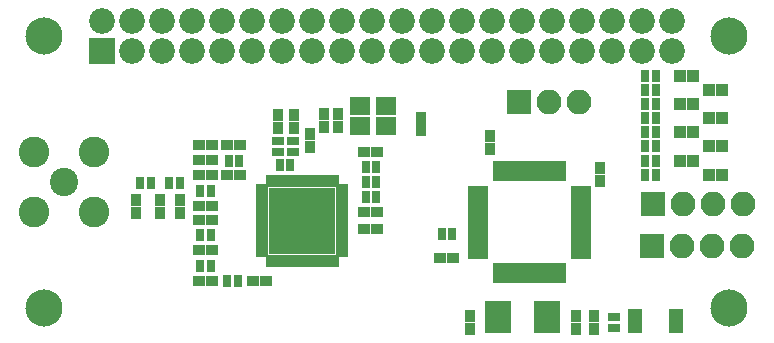
<source format=gts>
G04 #@! TF.FileFunction,Soldermask,Top*
%FSLAX46Y46*%
G04 Gerber Fmt 4.6, Leading zero omitted, Abs format (unit mm)*
G04 Created by KiCad (PCBNEW 4.0.6) date 2017 October 20, Friday 03:08:25*
%MOMM*%
%LPD*%
G01*
G04 APERTURE LIST*
%ADD10C,0.100000*%
%ADD11R,0.900000X1.000000*%
%ADD12C,3.100000*%
%ADD13R,1.000000X0.900000*%
%ADD14R,1.000000X1.100000*%
%ADD15R,0.800000X1.000000*%
%ADD16R,2.100000X2.100000*%
%ADD17O,2.100000X2.100000*%
%ADD18C,2.600000*%
%ADD19C,2.400000*%
%ADD20R,1.000000X0.800000*%
%ADD21R,1.300000X2.100000*%
%ADD22R,1.100000X0.650000*%
%ADD23R,0.650000X1.100000*%
%ADD24R,1.687500X1.687500*%
%ADD25R,0.650000X1.700000*%
%ADD26R,1.700000X0.650000*%
%ADD27R,1.800000X1.600000*%
%ADD28R,2.300000X2.800000*%
%ADD29R,2.178000X2.178000*%
%ADD30C,2.178000*%
%ADD31C,3.148280*%
G04 APERTURE END LIST*
D10*
D11*
X170459400Y-123122600D03*
X170459400Y-124222600D03*
D12*
X216959180Y-109237121D03*
X216959180Y-132239361D03*
X158950000Y-132250000D03*
X158950000Y-109250000D03*
D11*
X168706800Y-123097200D03*
X168706800Y-124197200D03*
D13*
X172050000Y-121000000D03*
X173150000Y-121000000D03*
X172050000Y-119750000D03*
X173150000Y-119750000D03*
X173150000Y-123650000D03*
X172050000Y-123650000D03*
X173150000Y-124850000D03*
X172050000Y-124850000D03*
X173150000Y-127400000D03*
X172050000Y-127400000D03*
X173150000Y-130000000D03*
X172050000Y-130000000D03*
X173150000Y-118500000D03*
X172050000Y-118500000D03*
X175550000Y-121050000D03*
X174450000Y-121050000D03*
X176650000Y-130000000D03*
X177750000Y-130000000D03*
X175550000Y-118500000D03*
X174450000Y-118500000D03*
D11*
X178700000Y-117000000D03*
X178700000Y-115900000D03*
X180050000Y-117000000D03*
X180050000Y-115900000D03*
X181457600Y-118634600D03*
X181457600Y-117534600D03*
X182650000Y-115850000D03*
X182650000Y-116950000D03*
X205500000Y-132950000D03*
X205500000Y-134050000D03*
X183850000Y-116950000D03*
X183850000Y-115850000D03*
D13*
X187150000Y-119050000D03*
X186050000Y-119050000D03*
D11*
X190850000Y-116150000D03*
X190850000Y-117250000D03*
D13*
X187150000Y-125550000D03*
X186050000Y-125550000D03*
D11*
X195000000Y-134050000D03*
X195000000Y-132950000D03*
D13*
X187150000Y-124150000D03*
X186050000Y-124150000D03*
D11*
X204000000Y-134050000D03*
X204000000Y-132950000D03*
D13*
X193590000Y-128050000D03*
X192490000Y-128050000D03*
D11*
X206000000Y-121550000D03*
X206000000Y-120450000D03*
X196700000Y-118800000D03*
X196700000Y-117700000D03*
D14*
X216350000Y-113800000D03*
X215250000Y-113800000D03*
X212750000Y-112600000D03*
X213850000Y-112600000D03*
X212750000Y-115000000D03*
X213850000Y-115000000D03*
X215250000Y-116200000D03*
X216350000Y-116200000D03*
X212750000Y-117400000D03*
X213850000Y-117400000D03*
X215250000Y-118600000D03*
X216350000Y-118600000D03*
X212750000Y-119800000D03*
X213850000Y-119800000D03*
D15*
X167063000Y-121716800D03*
X167963000Y-121716800D03*
X169526800Y-121716800D03*
X170426800Y-121716800D03*
X173050000Y-122350000D03*
X172150000Y-122350000D03*
X172150000Y-126100000D03*
X173050000Y-126100000D03*
D16*
X199136000Y-114808000D03*
D17*
X201676000Y-114808000D03*
X204216000Y-114808000D03*
D16*
X210420000Y-127000000D03*
D17*
X212960000Y-127000000D03*
X215500000Y-127000000D03*
X218040000Y-127000000D03*
D18*
X158060000Y-124190000D03*
X158060000Y-119110000D03*
X163140000Y-119110000D03*
X163140000Y-124190000D03*
D19*
X160600000Y-121650000D03*
D16*
X210500000Y-123500000D03*
D17*
X213040000Y-123500000D03*
X215580000Y-123500000D03*
X218120000Y-123500000D03*
D15*
X193490000Y-126050000D03*
X192590000Y-126050000D03*
X173050000Y-128700000D03*
X172150000Y-128700000D03*
D20*
X178714400Y-119042600D03*
X178714400Y-118142600D03*
X180035200Y-119042600D03*
X180035200Y-118142600D03*
X207200000Y-133950000D03*
X207200000Y-133050000D03*
D15*
X187050000Y-120300000D03*
X186150000Y-120300000D03*
X187050000Y-121600000D03*
X186150000Y-121600000D03*
X187050000Y-122900000D03*
X186150000Y-122900000D03*
X210750000Y-112600000D03*
X209850000Y-112600000D03*
X210750000Y-115000000D03*
X209850000Y-115000000D03*
X210750000Y-116200000D03*
X209850000Y-116200000D03*
X210750000Y-117400000D03*
X209850000Y-117400000D03*
X210750000Y-118600000D03*
X209850000Y-118600000D03*
X210750000Y-119800000D03*
X209850000Y-119800000D03*
X210750000Y-121000000D03*
X209850000Y-121000000D03*
X209850000Y-113800000D03*
X210750000Y-113800000D03*
D21*
X209000000Y-133400000D03*
X212400000Y-133400000D03*
D22*
X177393750Y-122143750D03*
X177393750Y-122643750D03*
X177393750Y-123143750D03*
X177393750Y-123643750D03*
X177393750Y-124143750D03*
X177393750Y-124643750D03*
X177393750Y-125143750D03*
X177393750Y-125643750D03*
X177393750Y-126143750D03*
X177393750Y-126643750D03*
X177393750Y-127143750D03*
X177393750Y-127643750D03*
D23*
X178043750Y-128293750D03*
X178543750Y-128293750D03*
X179043750Y-128293750D03*
X179543750Y-128293750D03*
X180043750Y-128293750D03*
X180543750Y-128293750D03*
X181043750Y-128293750D03*
X181543750Y-128293750D03*
X182043750Y-128293750D03*
X182543750Y-128293750D03*
X183043750Y-128293750D03*
X183543750Y-128293750D03*
D22*
X184193750Y-127643750D03*
X184193750Y-127143750D03*
X184193750Y-126643750D03*
X184193750Y-126143750D03*
X184193750Y-125643750D03*
X184193750Y-125143750D03*
X184193750Y-124643750D03*
X184193750Y-124143750D03*
X184193750Y-123643750D03*
X184193750Y-123143750D03*
X184193750Y-122643750D03*
X184193750Y-122143750D03*
D23*
X183543750Y-121493750D03*
X183043750Y-121493750D03*
X182543750Y-121493750D03*
X182043750Y-121493750D03*
X181543750Y-121493750D03*
X181043750Y-121493750D03*
X180543750Y-121493750D03*
X180043750Y-121493750D03*
X179543750Y-121493750D03*
X179043750Y-121493750D03*
X178543750Y-121493750D03*
X178043750Y-121493750D03*
D24*
X182725000Y-126825000D03*
X182725000Y-125537500D03*
X182725000Y-124250000D03*
X182725000Y-122962500D03*
X181437500Y-126825000D03*
X181437500Y-125537500D03*
X181437500Y-124250000D03*
X181437500Y-122962500D03*
X180150000Y-126825000D03*
X180150000Y-125537500D03*
X180150000Y-124250000D03*
X180150000Y-122962500D03*
X178862500Y-126825000D03*
X178862500Y-125537500D03*
X178862500Y-124250000D03*
X178862500Y-122962500D03*
D25*
X197250000Y-129350000D03*
X197750000Y-129350000D03*
X198250000Y-129350000D03*
X198750000Y-129350000D03*
X199250000Y-129350000D03*
X199750000Y-129350000D03*
X200250000Y-129350000D03*
X200750000Y-129350000D03*
X201250000Y-129350000D03*
X201750000Y-129350000D03*
X202250000Y-129350000D03*
X202750000Y-129350000D03*
D26*
X204350000Y-127750000D03*
X204350000Y-127250000D03*
X204350000Y-126750000D03*
X204350000Y-126250000D03*
X204350000Y-125750000D03*
X204350000Y-125250000D03*
X204350000Y-124750000D03*
X204350000Y-124250000D03*
X204350000Y-123750000D03*
X204350000Y-123250000D03*
X204350000Y-122750000D03*
X204350000Y-122250000D03*
D25*
X202750000Y-120650000D03*
X202250000Y-120650000D03*
X201750000Y-120650000D03*
X201250000Y-120650000D03*
X200750000Y-120650000D03*
X200250000Y-120650000D03*
X199750000Y-120650000D03*
X199250000Y-120650000D03*
X198750000Y-120650000D03*
X198250000Y-120650000D03*
X197750000Y-120650000D03*
X197250000Y-120650000D03*
D26*
X195650000Y-122250000D03*
X195650000Y-122750000D03*
X195650000Y-123250000D03*
X195650000Y-123750000D03*
X195650000Y-124250000D03*
X195650000Y-124750000D03*
X195650000Y-125250000D03*
X195650000Y-125750000D03*
X195650000Y-126250000D03*
X195650000Y-126750000D03*
X195650000Y-127250000D03*
X195650000Y-127750000D03*
D27*
X187850000Y-115150000D03*
X185650000Y-115150000D03*
X185650000Y-116850000D03*
X187850000Y-116850000D03*
D28*
X197400000Y-133000000D03*
X201500000Y-133000000D03*
D14*
X215250000Y-121000000D03*
X216350000Y-121000000D03*
D15*
X174450000Y-130000000D03*
X175350000Y-130000000D03*
X175450000Y-119800000D03*
X174550000Y-119800000D03*
X178874000Y-120142000D03*
X179774000Y-120142000D03*
D11*
X166751000Y-123097200D03*
X166751000Y-124197200D03*
D29*
X163830000Y-110520480D03*
D30*
X163830000Y-107980480D03*
X166370000Y-110520480D03*
X166370000Y-107980480D03*
X168910000Y-110520480D03*
X168910000Y-107980480D03*
X171450000Y-110520480D03*
X171450000Y-107980480D03*
X173990000Y-110520480D03*
X173990000Y-107980480D03*
X176530000Y-110520480D03*
X176530000Y-107980480D03*
X179070000Y-110520480D03*
X179070000Y-107980480D03*
X181610000Y-110520480D03*
X181610000Y-107980480D03*
X184150000Y-110520480D03*
X184150000Y-107980480D03*
X186690000Y-110520480D03*
X186690000Y-107980480D03*
X189230000Y-110520480D03*
X189230000Y-107980480D03*
X191770000Y-110520480D03*
X191770000Y-107980480D03*
X194310000Y-110520480D03*
X194310000Y-107980480D03*
X196850000Y-110520480D03*
X196850000Y-107980480D03*
X199390000Y-110520480D03*
X199390000Y-107980480D03*
X201930000Y-110520480D03*
X201930000Y-107980480D03*
X204470000Y-110520480D03*
X204470000Y-107980480D03*
X207010000Y-110520480D03*
X207010000Y-107980480D03*
X209550000Y-110520480D03*
X209550000Y-107980480D03*
X212090000Y-110520480D03*
X212090000Y-107980480D03*
D31*
X158958280Y-132252720D03*
X158958280Y-109250480D03*
X216959180Y-132252720D03*
X216959180Y-109250480D03*
M02*

</source>
